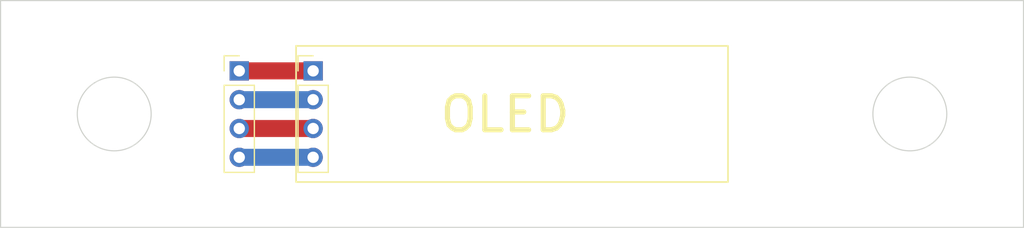
<source format=kicad_pcb>
(kicad_pcb (version 20211014) (generator pcbnew)
  (layers (0 "F.Cu" signal) (31 "B.Cu" signal) (34 "B.Paste" user) (35 "F.Paste" user) (36 "B.SilkS" user "B.Silkscreen") (37 "F.SilkS" user "F.Silkscreen") (38 "B.Mask" user) (39 "F.Mask" user) (44 "Edge.Cuts" user))
  (net 0 "")
  (net 1 "Net-(J1-Pad1)")
  (net 2 "Net-(J1-Pad2)")
  (net 3 "Net-(J1-Pad3)")
  (net 4 "Net-(J1-Pad4)")
  (footprint "Connector_PinHeader_2.54mm:PinHeader_1x04_P2.54mm_Vertical" (layer "F.Cu") (at 81 36.2)
    (fp_text reference "J2" hide)
    (fp_text value "Conn_01x04_Male" hide)
    (fp_line (start -1.33 8.95) (end 1.33 8.95) (layer "F.SilkS") (width 0.12))
    (fp_line (start -1.33 1.27) (end -1.33 8.95) (layer "F.SilkS") (width 0.12))
    (fp_line (start -1.33 1.27) (end 1.33 1.27) (layer "F.SilkS") (width 0.12))
    (fp_line (start -1.33 -1.33) (end 0 -1.33) (layer "F.SilkS") (width 0.12))
    (fp_line (start -1.33 0) (end -1.33 -1.33) (layer "F.SilkS") (width 0.12))
    (fp_line (start 1.33 1.27) (end 1.33 8.95) (layer "F.SilkS") (width 0.12))
    (pad "1" thru_hole rect (at 0 0) (size 1.7 1.7) (drill 1) (layers *.Cu *.Mask) (net 1 "Net-(J1-Pad1)"))
    (pad "2" thru_hole oval (at 0 2.54) (size 1.7 1.7) (drill 1) (layers *.Cu *.Mask) (net 2 "Net-(J1-Pad2)"))
    (pad "3" thru_hole oval (at 0 5.08) (size 1.7 1.7) (drill 1) (layers *.Cu *.Mask) (net 3 "Net-(J1-Pad3)"))
    (pad "4" thru_hole oval (at 0 7.62) (size 1.7 1.7) (drill 1) (layers *.Cu *.Mask) (net 4 "Net-(J1-Pad4)"))
  )
  (footprint "Connector_PinHeader_2.54mm:PinHeader_1x04_P2.54mm_Vertical" (layer "F.Cu") (at 87.5 36.2)
    (fp_text reference "J1" hide)
    (fp_text value "Conn_01x04_Male" hide)
    (fp_line (start -1.33 1.27) (end 1.33 1.27) (layer "F.SilkS") (width 0.12))
    (fp_line (start -1.33 8.95) (end 1.33 8.95) (layer "F.SilkS") (width 0.12))
    (fp_line (start -1.33 -1.33) (end 0 -1.33) (layer "F.SilkS") (width 0.12))
    (fp_line (start -1.33 1.27) (end -1.33 8.95) (layer "F.SilkS") (width 0.12))
    (fp_line (start -1.33 0) (end -1.33 -1.33) (layer "F.SilkS") (width 0.12))
    (fp_line (start 1.33 1.27) (end 1.33 8.95) (layer "F.SilkS") (width 0.12))
    (pad "1" thru_hole rect (at 0 0) (size 1.7 1.7) (drill 1) (layers *.Cu *.Mask) (net 1 "Net-(J1-Pad1)"))
    (pad "2" thru_hole oval (at 0 2.54) (size 1.7 1.7) (drill 1) (layers *.Cu *.Mask) (net 2 "Net-(J1-Pad2)"))
    (pad "3" thru_hole oval (at 0 5.08) (size 1.7 1.7) (drill 1) (layers *.Cu *.Mask) (net 3 "Net-(J1-Pad3)"))
    (pad "4" thru_hole oval (at 0 7.62) (size 1.7 1.7) (drill 1) (layers *.Cu *.Mask) (net 4 "Net-(J1-Pad4)"))
  )
  (gr_rect (start 86 34) (end 124 46) (layer "F.SilkS") (width 0.15) (fill none))
  (gr_circle (center 140 40) (end 143.25 40) (layer "Edge.Cuts") (width 0.1) (fill none))
  (gr_rect (start 60 30) (end 150 50) (layer "Edge.Cuts") (width 0.1) (fill none))
  (gr_circle (center 70 40) (end 73.25 40) (layer "Edge.Cuts") (width 0.1) (fill none))
  (gr_text "OLED" (at 104.39 40.03) (layer "F.SilkS") (effects (font (size 3 3) (thickness 0.45))))
  (segment (start 81 36.2) (end 87.5 36.2) (width 1.5) (layer "F.Cu") (net 1))
  (segment (start 87.5 38.74) (end 81 38.74) (width 1.5) (layer "B.Cu") (net 2))
  (segment (start 81 41.28) (end 87.5 41.28) (width 1.5) (layer "F.Cu") (net 3))
  (segment (start 87.5 43.82) (end 81 43.82) (width 1.5) (layer "B.Cu") (net 4))
)
</source>
